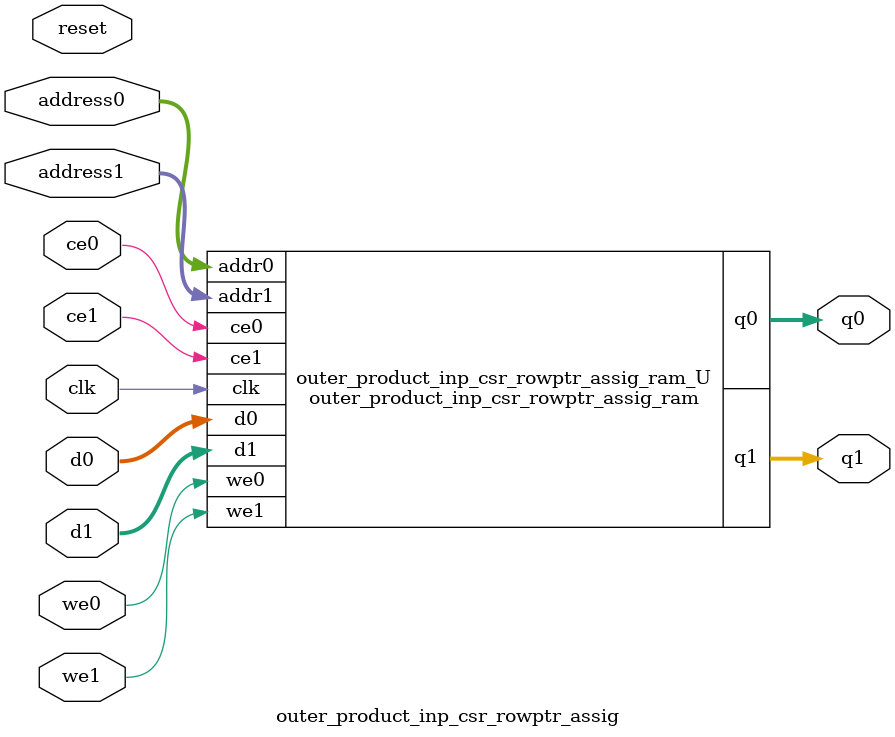
<source format=v>
`timescale 1 ns / 1 ps
module outer_product_inp_csr_rowptr_assig_ram (addr0, ce0, d0, we0, q0, addr1, ce1, d1, we1, q1,  clk);

parameter DWIDTH = 32;
parameter AWIDTH = 3;
parameter MEM_SIZE = 6;

input[AWIDTH-1:0] addr0;
input ce0;
input[DWIDTH-1:0] d0;
input we0;
output reg[DWIDTH-1:0] q0;
input[AWIDTH-1:0] addr1;
input ce1;
input[DWIDTH-1:0] d1;
input we1;
output reg[DWIDTH-1:0] q1;
input clk;

(* ram_style = "block" *)reg [DWIDTH-1:0] ram[0:MEM_SIZE-1];




always @(posedge clk)  
begin 
    if (ce0) 
    begin
        if (we0) 
        begin 
            ram[addr0] <= d0; 
        end 
        q0 <= ram[addr0];
    end
end


always @(posedge clk)  
begin 
    if (ce1) 
    begin
        if (we1) 
        begin 
            ram[addr1] <= d1; 
        end 
        q1 <= ram[addr1];
    end
end


endmodule

`timescale 1 ns / 1 ps
module outer_product_inp_csr_rowptr_assig(
    reset,
    clk,
    address0,
    ce0,
    we0,
    d0,
    q0,
    address1,
    ce1,
    we1,
    d1,
    q1);

parameter DataWidth = 32'd32;
parameter AddressRange = 32'd6;
parameter AddressWidth = 32'd3;
input reset;
input clk;
input[AddressWidth - 1:0] address0;
input ce0;
input we0;
input[DataWidth - 1:0] d0;
output[DataWidth - 1:0] q0;
input[AddressWidth - 1:0] address1;
input ce1;
input we1;
input[DataWidth - 1:0] d1;
output[DataWidth - 1:0] q1;



outer_product_inp_csr_rowptr_assig_ram outer_product_inp_csr_rowptr_assig_ram_U(
    .clk( clk ),
    .addr0( address0 ),
    .ce0( ce0 ),
    .we0( we0 ),
    .d0( d0 ),
    .q0( q0 ),
    .addr1( address1 ),
    .ce1( ce1 ),
    .we1( we1 ),
    .d1( d1 ),
    .q1( q1 ));

endmodule


</source>
